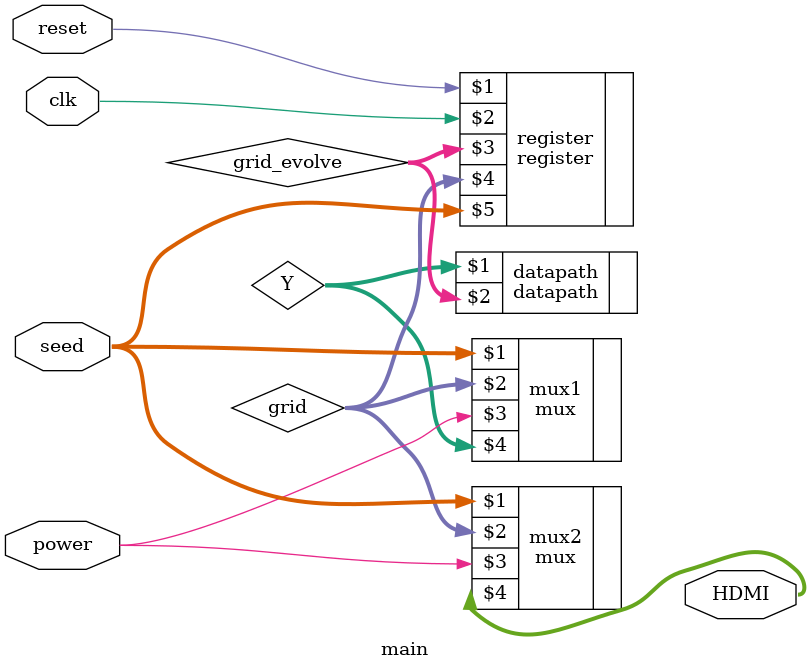
<source format=sv>
module main(input logic clk, reset, 
            input logic [63:0] seed,
            input logic power, 
            output logic [63:0] HDMI);


logic [63:0] Y;
logic [63:0] grid;
logic [63:0] grid_evolve;

mux mux1 (seed, grid, power, Y);

datapath datapath (Y, grid_evolve);

register register (reset, clk, grid_evolve, grid, seed);

mux mux2 (seed, grid, power, HDMI);


endmodule
</source>
